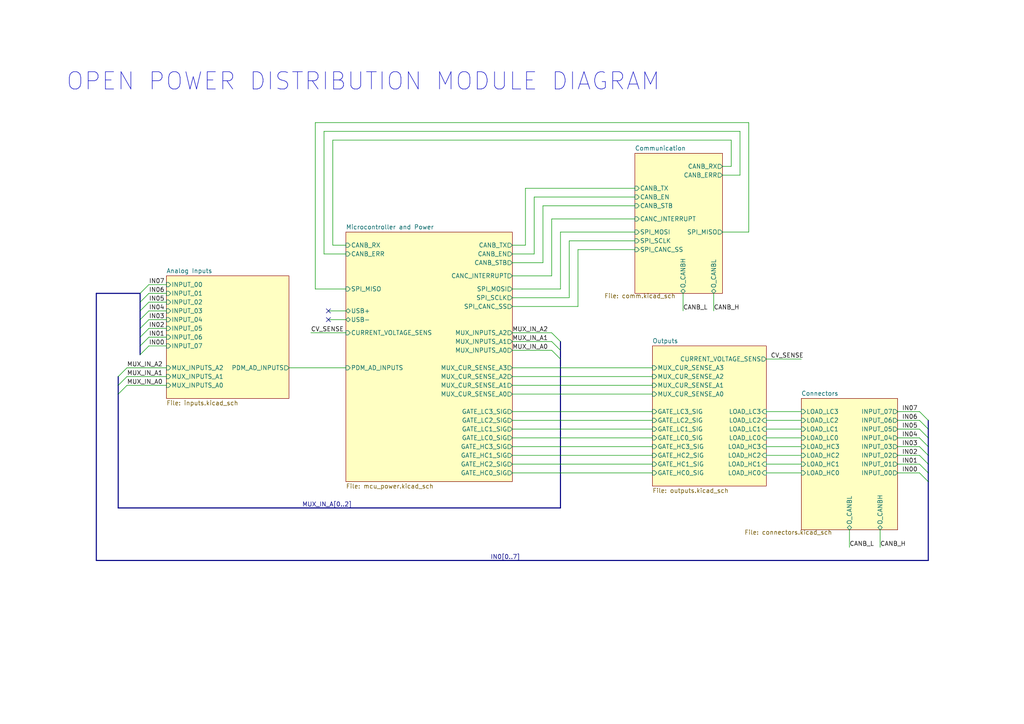
<source format=kicad_sch>
(kicad_sch (version 20211123) (generator eeschema)
  (paper "A4")
  (title_block (title "Open Power Distribution Module Diagram") (date "2023-05-23") (rev "Rev0.1") (company "Breno Niehues dos Santos"))
  (lib_symbols)
  (no_connect (at 95.25 92.71))
  (no_connect (at 95.25 90.17))
  (bus_entry (at 266.7 134.62) (size 2.54 2.54))
  (bus_entry (at 266.7 124.46) (size 2.54 2.54))
  (bus_entry (at 40.64 95.25) (size 2.54 -2.54))
  (bus_entry (at 36.83 111.76) (size -2.54 2.54))
  (bus_entry (at 266.7 121.92) (size 2.54 2.54))
  (bus_entry (at 160.02 101.6) (size 2.54 2.54))
  (bus_entry (at 40.64 87.63) (size 2.54 -2.54))
  (bus_entry (at 266.7 127) (size 2.54 2.54))
  (bus_entry (at 40.64 102.87) (size 2.54 -2.54))
  (bus_entry (at 40.64 97.79) (size 2.54 -2.54))
  (bus_entry (at 40.64 92.71) (size 2.54 -2.54))
  (bus_entry (at 266.7 129.54) (size 2.54 2.54))
  (bus_entry (at 40.64 90.17) (size 2.54 -2.54))
  (bus_entry (at 160.02 99.06) (size 2.54 2.54))
  (bus_entry (at 40.64 100.33) (size 2.54 -2.54))
  (bus_entry (at 36.83 106.68) (size -2.54 2.54))
  (bus_entry (at 266.7 119.38) (size 2.54 2.54))
  (bus_entry (at 36.83 109.22) (size -2.54 2.54))
  (bus_entry (at 40.64 85.09) (size 2.54 -2.54))
  (bus_entry (at 266.7 137.16) (size 2.54 2.54))
  (bus_entry (at 266.7 132.08) (size 2.54 2.54))
  (bus_entry (at 160.02 96.52) (size 2.54 2.54))
  (bus (pts (xy 40.64 85.09) (xy 40.64 87.63)))
  (wire (pts (xy 198.12 85.09) (xy 198.12 90.17)))
  (bus (pts (xy 40.64 87.63) (xy 40.64 90.17)))
  (wire (pts (xy 91.44 35.56) (xy 91.44 83.82)))
  (wire (pts (xy 148.59 73.66) (xy 154.94 73.66)))
  (wire (pts (xy 165.1 69.85) (xy 184.15 69.85)))
  (wire (pts (xy 43.18 87.63) (xy 48.26 87.63)))
  (wire (pts (xy 209.55 48.26) (xy 212.09 48.26)))
  (wire (pts (xy 260.35 129.54) (xy 266.7 129.54)))
  (wire (pts (xy 209.55 67.31) (xy 217.17 67.31)))
  (wire (pts (xy 246.38 153.67) (xy 246.38 158.75)))
  (wire (pts (xy 157.48 76.2) (xy 157.48 59.69)))
  (wire (pts (xy 148.59 137.16) (xy 189.23 137.16)))
  (wire (pts (xy 96.52 40.64) (xy 96.52 71.12)))
  (wire (pts (xy 93.98 73.66) (xy 100.33 73.66)))
  (wire (pts (xy 154.94 57.15) (xy 184.15 57.15)))
  (wire (pts (xy 148.59 127) (xy 189.23 127)))
  (wire (pts (xy 36.83 106.68) (xy 48.26 106.68)))
  (bus (pts (xy 162.56 104.14) (xy 162.56 147.32)))
  (bus (pts (xy 40.64 92.71) (xy 40.64 95.25)))
  (wire (pts (xy 222.25 104.14) (xy 232.41 104.14)))
  (bus (pts (xy 40.64 85.09) (xy 27.94 85.09)))
  (bus (pts (xy 269.24 134.62) (xy 269.24 137.16)))
  (wire (pts (xy 148.59 80.01) (xy 160.02 80.01)))
  (wire (pts (xy 212.09 48.26) (xy 212.09 40.64)))
  (wire (pts (xy 217.17 67.31) (xy 217.17 35.56)))
  (wire (pts (xy 260.35 121.92) (xy 266.7 121.92)))
  (wire (pts (xy 43.18 100.33) (xy 48.26 100.33)))
  (bus (pts (xy 269.24 121.92) (xy 269.24 124.46)))
  (wire (pts (xy 260.35 127) (xy 266.7 127)))
  (bus (pts (xy 40.64 97.79) (xy 40.64 100.33)))
  (wire (pts (xy 260.35 134.62) (xy 266.7 134.62)))
  (wire (pts (xy 162.56 67.31) (xy 184.15 67.31)))
  (wire (pts (xy 148.59 124.46) (xy 189.23 124.46)))
  (wire (pts (xy 160.02 80.01) (xy 160.02 63.5)))
  (bus (pts (xy 162.56 147.32) (xy 34.29 147.32)))
  (bus (pts (xy 269.24 127) (xy 269.24 129.54)))
  (wire (pts (xy 96.52 71.12) (xy 100.33 71.12)))
  (wire (pts (xy 148.59 86.36) (xy 165.1 86.36)))
  (wire (pts (xy 83.82 106.68) (xy 100.33 106.68)))
  (wire (pts (xy 260.35 132.08) (xy 266.7 132.08)))
  (bus (pts (xy 40.64 95.25) (xy 40.64 97.79)))
  (wire (pts (xy 148.59 71.12) (xy 152.4 71.12)))
  (wire (pts (xy 222.25 137.16) (xy 232.41 137.16)))
  (wire (pts (xy 148.59 109.22) (xy 189.23 109.22)))
  (wire (pts (xy 43.18 95.25) (xy 48.26 95.25)))
  (wire (pts (xy 43.18 97.79) (xy 48.26 97.79)))
  (bus (pts (xy 269.24 139.7) (xy 269.24 162.56)))
  (wire (pts (xy 43.18 90.17) (xy 48.26 90.17)))
  (wire (pts (xy 222.25 127) (xy 232.41 127)))
  (wire (pts (xy 222.25 134.62) (xy 232.41 134.62)))
  (wire (pts (xy 222.25 124.46) (xy 232.41 124.46)))
  (bus (pts (xy 34.29 109.22) (xy 34.29 111.76)))
  (wire (pts (xy 255.27 153.67) (xy 255.27 158.75)))
  (wire (pts (xy 165.1 86.36) (xy 165.1 69.85)))
  (bus (pts (xy 162.56 101.6) (xy 162.56 104.14)))
  (wire (pts (xy 148.59 106.68) (xy 189.23 106.68)))
  (wire (pts (xy 212.09 40.64) (xy 96.52 40.64)))
  (wire (pts (xy 260.35 124.46) (xy 266.7 124.46)))
  (wire (pts (xy 148.59 111.76) (xy 189.23 111.76)))
  (wire (pts (xy 162.56 83.82) (xy 162.56 67.31)))
  (wire (pts (xy 43.18 92.71) (xy 48.26 92.71)))
  (wire (pts (xy 222.25 121.92) (xy 232.41 121.92)))
  (wire (pts (xy 100.33 96.52) (xy 90.17 96.52)))
  (bus (pts (xy 40.64 100.33) (xy 40.64 102.87)))
  (bus (pts (xy 34.29 111.76) (xy 34.29 114.3)))
  (wire (pts (xy 148.59 88.9) (xy 167.64 88.9)))
  (wire (pts (xy 148.59 121.92) (xy 189.23 121.92)))
  (wire (pts (xy 43.18 82.55) (xy 48.26 82.55)))
  (bus (pts (xy 269.24 132.08) (xy 269.24 134.62)))
  (wire (pts (xy 152.4 71.12) (xy 152.4 54.61)))
  (wire (pts (xy 36.83 109.22) (xy 48.26 109.22)))
  (wire (pts (xy 148.59 83.82) (xy 162.56 83.82)))
  (bus (pts (xy 162.56 99.06) (xy 162.56 101.6)))
  (wire (pts (xy 95.25 92.71) (xy 100.33 92.71)))
  (wire (pts (xy 95.25 90.17) (xy 100.33 90.17)))
  (wire (pts (xy 148.59 114.3) (xy 189.23 114.3)))
  (wire (pts (xy 167.64 72.39) (xy 184.15 72.39)))
  (wire (pts (xy 260.35 119.38) (xy 266.7 119.38)))
  (wire (pts (xy 207.01 85.09) (xy 207.01 90.17)))
  (bus (pts (xy 27.94 162.56) (xy 269.24 162.56)))
  (bus (pts (xy 27.94 85.09) (xy 27.94 162.56)))
  (wire (pts (xy 148.59 132.08) (xy 189.23 132.08)))
  (bus (pts (xy 40.64 90.17) (xy 40.64 92.71)))
  (wire (pts (xy 148.59 101.6) (xy 160.02 101.6)))
  (wire (pts (xy 148.59 96.52) (xy 160.02 96.52)))
  (wire (pts (xy 260.35 137.16) (xy 266.7 137.16)))
  (wire (pts (xy 148.59 99.06) (xy 160.02 99.06)))
  (wire (pts (xy 160.02 63.5) (xy 184.15 63.5)))
  (wire (pts (xy 209.55 50.8) (xy 214.63 50.8)))
  (wire (pts (xy 217.17 35.56) (xy 91.44 35.56)))
  (bus (pts (xy 269.24 124.46) (xy 269.24 127)))
  (wire (pts (xy 157.48 59.69) (xy 184.15 59.69)))
  (wire (pts (xy 93.98 38.1) (xy 93.98 73.66)))
  (bus (pts (xy 269.24 137.16) (xy 269.24 139.7)))
  (wire (pts (xy 154.94 73.66) (xy 154.94 57.15)))
  (bus (pts (xy 34.29 114.3) (xy 34.29 147.32)))
  (wire (pts (xy 222.25 119.38) (xy 232.41 119.38)))
  (wire (pts (xy 152.4 54.61) (xy 184.15 54.61)))
  (wire (pts (xy 214.63 38.1) (xy 93.98 38.1)))
  (wire (pts (xy 222.25 132.08) (xy 232.41 132.08)))
  (wire (pts (xy 148.59 119.38) (xy 189.23 119.38)))
  (wire (pts (xy 214.63 50.8) (xy 214.63 38.1)))
  (wire (pts (xy 148.59 76.2) (xy 157.48 76.2)))
  (wire (pts (xy 167.64 88.9) (xy 167.64 72.39)))
  (bus (pts (xy 269.24 129.54) (xy 269.24 132.08)))
  (wire (pts (xy 222.25 129.54) (xy 232.41 129.54)))
  (wire (pts (xy 91.44 83.82) (xy 100.33 83.82)))
  (wire (pts (xy 36.83 111.76) (xy 48.26 111.76)))
  (wire (pts (xy 43.18 85.09) (xy 48.26 85.09)))
  (wire (pts (xy 148.59 129.54) (xy 189.23 129.54)))
  (wire (pts (xy 148.59 134.62) (xy 189.23 134.62)))
  (text "OPEN POWER DISTRIBUTION MODULE DIAGRAM" (at 19.05 26.67 0) (effects (font (size 5 5)) (justify left bottom)))
  (label "MUX_IN_A1" (at 36.83 109.22 0))
  (label "IN07" (at 43.18 82.55 0))
  (label "IN02" (at 43.18 95.25 0))
  (label "IN02" (at 261.62 132.08 0))
  (label "IN03" (at 43.18 92.71 0))
  (label "IN05" (at 43.18 87.63 0))
  (label "IN04" (at 43.18 90.17 0))
  (label "IN01" (at 261.62 134.62 0))
  (label "MUX_IN_A2" (at 36.83 106.68 0))
  (label "IN01" (at 43.18 97.79 0))
  (label "IN00" (at 261.62 137.16 0))
  (label "MUX_IN_A0" (at 148.59 101.6 0))
  (label "IN06" (at 261.62 121.92 0))
  (label "CANB_L" (at 198.12 90.17 0))
  (label "IN05" (at 261.62 124.46 0))
  (label "CV_SENSE" (at 90.17 96.52 0))
  (label "MUX_IN_A1" (at 148.59 99.06 0))
  (label "IN07" (at 261.62 119.38 0))
  (label "MUX_IN_A0" (at 36.83 111.76 0))
  (label "CV_SENSE" (at 223.52 104.14 0))
  (label "IN03" (at 261.62 129.54 0))
  (label "IN0[0..7]" (at 142.24 162.56 0))
  (label "IN00" (at 43.18 100.33 0))
  (label "MUX_IN_A2" (at 148.59 96.52 0))
  (label "IN06" (at 43.18 85.09 0))
  (label "CANB_H" (at 255.27 158.75 0))
  (label "CANB_L" (at 246.38 158.75 0))
  (label "MUX_IN_A[0..2]" (at 87.63 147.32 0))
  (label "CANB_H" (at 207.01 90.17 0))
  (label "IN04" (at 261.62 127 0))
  (sheet (at 48.26 80.01) (size 35.56 35.56) (stroke (width 0.1524)) (fill (color 255 255 194 1.0000))
    (property "Sheet name" "Analog Inputs" (at 48.26 79.2984 0) (effects (justify left bottom)))
    (property "Sheet file" "inputs.kicad_sch" (at 48.26 116.1546 0) (effects (justify left top)))
    (pin "INPUT_00" input (at 48.26 82.55 180))
    (pin "INPUT_02" input (at 48.26 87.63 180))
    (pin "INPUT_01" input (at 48.26 85.09 180))
    (pin "INPUT_03" input (at 48.26 90.17 180))
    (pin "MUX_INPUTS_A1" input (at 48.26 109.22 180))
    (pin "MUX_INPUTS_A0" input (at 48.26 111.76 180))
    (pin "MUX_INPUTS_A2" input (at 48.26 106.68 180))
    (pin "INPUT_04" input (at 48.26 92.71 180))
    (pin "PDM_AD_INPUTS" output (at 83.82 106.68 0))
    (pin "INPUT_05" input (at 48.26 95.25 180))
    (pin "INPUT_06" input (at 48.26 97.79 180))
    (pin "INPUT_07" input (at 48.26 100.33 180))
  )
  (sheet (at 184.15 44.45) (size 25.4 40.64) (stroke (width 0.1524)) (fill (color 255 255 194 1.0000))
    (property "Sheet name" "Communication" (at 184.15 43.7384 0) (effects (justify left bottom)))
    (property "Sheet file" "comm.kicad_sch" (at 175.26 85.09 0) (effects (justify left top)))
    (pin "O_CANBL" bidirectional (at 207.01 85.09 270))
    (pin "O_CANBH" bidirectional (at 198.12 85.09 270))
    (pin "CANB_RX" output (at 209.55 48.26 0))
    (pin "CANB_TX" input (at 184.15 54.61 180))
    (pin "CANB_ERR" output (at 209.55 50.8 0))
    (pin "CANB_STB" input (at 184.15 59.69 180))
    (pin "CANB_EN" input (at 184.15 57.15 180))
    (pin "SPI_MOSI" input (at 184.15 67.31 180))
    (pin "SPI_SCLK" input (at 184.15 69.85 180))
    (pin "CANC_INTERRUPT" input (at 184.15 63.5 180))
    (pin "SPI_MISO" output (at 209.55 67.31 0))
    (pin "SPI_CANC_SS" input (at 184.15 72.39 180))
  )
  (sheet (at 232.41 115.57) (size 27.94 38.1) (stroke (width 0.1524)) (fill (color 255 255 194 1.0000))
    (property "Sheet name" "Connectors" (at 232.41 114.8584 0) (effects (justify left bottom)))
    (property "Sheet file" "connectors.kicad_sch" (at 215.9 153.67 0) (effects (justify left top)))
    (pin "LOAD_HC3" input (at 232.41 129.54 180))
    (pin "LOAD_HC2" input (at 232.41 132.08 180))
    (pin "LOAD_HC0" input (at 232.41 137.16 180))
    (pin "LOAD_HC1" input (at 232.41 134.62 180))
    (pin "O_CANBH" bidirectional (at 255.27 153.67 270))
    (pin "O_CANBL" bidirectional (at 246.38 153.67 270))
    (pin "LOAD_LC3" input (at 232.41 119.38 180))
    (pin "LOAD_LC0" input (at 232.41 127 180))
    (pin "LOAD_LC2" input (at 232.41 121.92 180))
    (pin "LOAD_LC1" input (at 232.41 124.46 180))
    (pin "INPUT_02" output (at 260.35 132.08 0))
    (pin "INPUT_00" output (at 260.35 137.16 0))
    (pin "INPUT_04" output (at 260.35 127 0))
    (pin "INPUT_07" output (at 260.35 119.38 0))
    (pin "INPUT_03" output (at 260.35 129.54 0))
    (pin "INPUT_01" output (at 260.35 134.62 0))
    (pin "INPUT_05" output (at 260.35 124.46 0))
    (pin "INPUT_06" output (at 260.35 121.92 0))
  )
  (sheet (at 189.23 100.33) (size 33.02 40.64) (stroke (width 0.1524)) (fill (color 255 255 194 1.0000))
    (property "Sheet name" "Outputs" (at 189.23 99.6184 0) (effects (justify left bottom)))
    (property "Sheet file" "outputs.kicad_sch" (at 189.23 141.5546 0) (effects (justify left top)))
    (pin "MUX_CUR_SENSE_A2" input (at 189.23 109.22 180))
    (pin "MUX_CUR_SENSE_A3" input (at 189.23 106.68 180))
    (pin "MUX_CUR_SENSE_A0" input (at 189.23 114.3 180))
    (pin "MUX_CUR_SENSE_A1" input (at 189.23 111.76 180))
    (pin "CURRENT_VOLTAGE_SENS" output (at 222.25 104.14 0))
    (pin "GATE_LC0_SIG" input (at 189.23 127 180))
    (pin "GATE_LC1_SIG" input (at 189.23 124.46 180))
    (pin "GATE_LC2_SIG" input (at 189.23 121.92 180))
    (pin "GATE_LC3_SIG" input (at 189.23 119.38 180))
    (pin "LOAD_LC3" input (at 222.25 119.38 0))
    (pin "LOAD_LC0" input (at 222.25 127 0))
    (pin "LOAD_LC2" input (at 222.25 121.92 0))
    (pin "LOAD_LC1" input (at 222.25 124.46 0))
    (pin "LOAD_HC3" input (at 222.25 129.54 0))
    (pin "LOAD_HC2" input (at 222.25 132.08 0))
    (pin "LOAD_HC1" input (at 222.25 134.62 0))
    (pin "LOAD_HC0" input (at 222.25 137.16 0))
    (pin "GATE_HC0_SIG" input (at 189.23 137.16 180))
    (pin "GATE_HC1_SIG" input (at 189.23 134.62 180))
    (pin "GATE_HC3_SIG" input (at 189.23 129.54 180))
    (pin "GATE_HC2_SIG" input (at 189.23 132.08 180))
  )
  (sheet (at 100.33 67.31) (size 48.26 72.39) (stroke (width 0.1524)) (fill (color 255 255 194 1.0000))
    (property "Sheet name" "Microcontroller and Power" (at 100.33 66.5984 0) (effects (justify left bottom)))
    (property "Sheet file" "mcu_power.kicad_sch" (at 100.33 140.2846 0) (effects (justify left top)))
    (pin "CANB_RX" input (at 100.33 71.12 180))
    (pin "CANB_TX" output (at 148.59 71.12 0))
    (pin "CANB_EN" output (at 148.59 73.66 0))
    (pin "USB-" bidirectional (at 100.33 92.71 180))
    (pin "USB+" bidirectional (at 100.33 90.17 180))
    (pin "CANB_STB" output (at 148.59 76.2 0))
    (pin "CANB_ERR" input (at 100.33 73.66 180))
    (pin "MUX_CUR_SENSE_A2" output (at 148.59 109.22 0))
    (pin "MUX_CUR_SENSE_A1" output (at 148.59 111.76 0))
    (pin "MUX_CUR_SENSE_A3" output (at 148.59 106.68 0))
    (pin "MUX_INPUTS_A0" output (at 148.59 101.6 0))
    (pin "MUX_CUR_SENSE_A0" output (at 148.59 114.3 0))
    (pin "SPI_SCLK" output (at 148.59 86.36 0))
    (pin "SPI_MISO" input (at 100.33 83.82 180))
    (pin "SPI_MOSI" output (at 148.59 83.82 0))
    (pin "SPI_CANC_SS" output (at 148.59 88.9 0))
    (pin "CANC_INTERRUPT" output (at 148.59 80.01 0))
    (pin "GATE_LC0_SIG" output (at 148.59 127 0))
    (pin "GATE_LC2_SIG" output (at 148.59 121.92 0))
    (pin "GATE_LC3_SIG" output (at 148.59 119.38 0))
    (pin "GATE_LC1_SIG" output (at 148.59 124.46 0))
    (pin "GATE_HC1_SIG" output (at 148.59 132.08 0))
    (pin "GATE_HC3_SIG" output (at 148.59 129.54 0))
    (pin "GATE_HC0_SIG" output (at 148.59 137.16 0))
    (pin "GATE_HC2_SIG" output (at 148.59 134.62 0))
    (pin "CURRENT_VOLTAGE_SENS" input (at 100.33 96.52 180))
    (pin "MUX_INPUTS_A2" output (at 148.59 96.52 0))
    (pin "PDM_AD_INPUTS" input (at 100.33 106.68 180))
    (pin "MUX_INPUTS_A1" output (at 148.59 99.06 0))
  )
)
</source>
